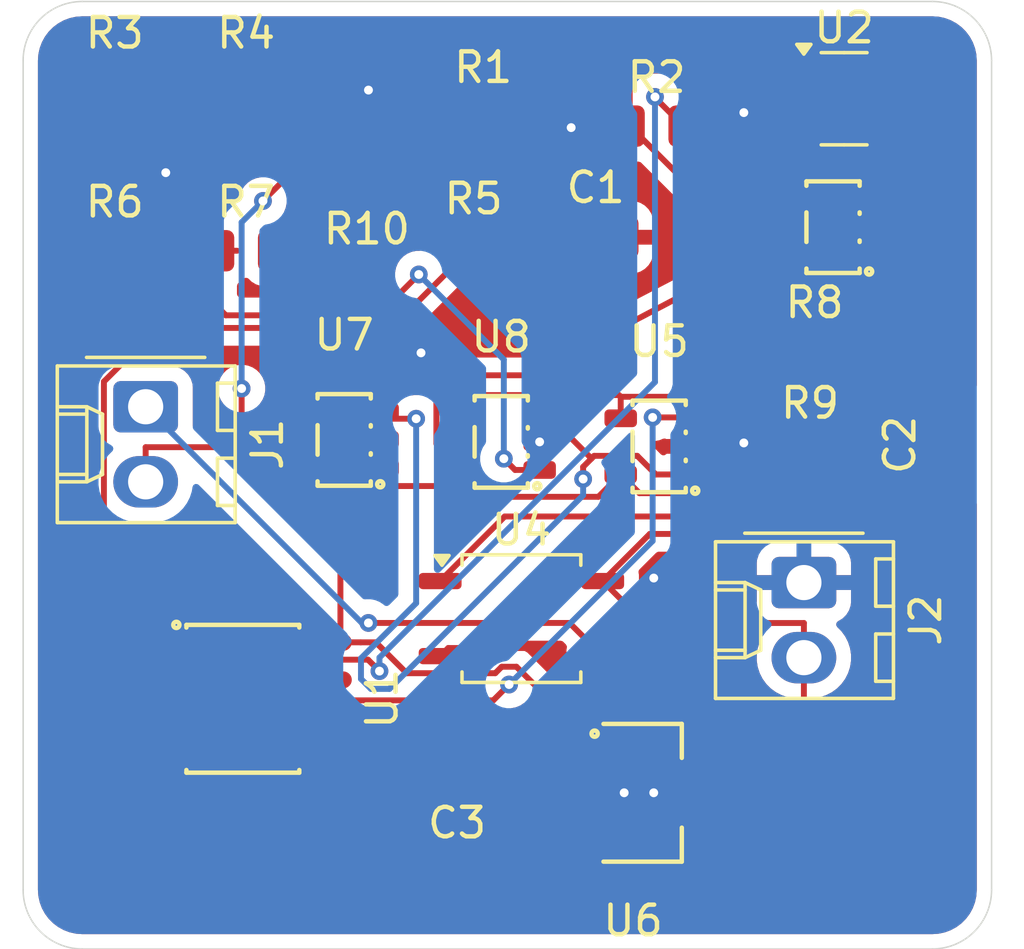
<source format=kicad_pcb>
(kicad_pcb (version 20241229) (generator "pcbnew") (generator_version "9.0")
  (layers (0 "F.Cu" signal) (2 "B.Cu" signal) (13 "F.Paste" user) (15 "B.Paste" user) (5 "F.SilkS" user "F.Silkscreen") (7 "B.SilkS" user "B.Silkscreen") (1 "F.Mask" user) (3 "B.Mask" user) (25 "Edge.Cuts" user))
  (net 0 "")
  (net 1 "GND")
  (net 2 "Net-(U1-IN{slash}A{slash}2)")
  (net 3 "+12V")
  (net 4 "+5V")
  (net 5 "Net-(U1-OUT{slash}A)")
  (net 6 "/0.75V")
  (net 7 "/4.25V")
  (net 8 "Net-(R8-Pad2)")
  (net 9 "Net-(R8-Pad1)")
  (net 10 "/SCS_Compliance")
  (net 11 "/Raw_PCB_State_OK")
  (net 15 "/LED_Power")
  (net 16 "Net-(U5-+)")
  (net 17 "Net-(U2-Pad2)")
  (net 18 "/PCB_State_OK")
  (footprint "PCM_JLCPCB:SOT-89-3_L4.5-W2.5-P1.50-LS4.2-BR" (layer "F.Cu") (at 43.4494 46.6344 180)
    (property "Reference" "U6" (at -0.3 -4.33 0) (layer "F.SilkS"))
    (property "Value" "78L05G")
    (fp_line (start 0.7 2.33) (end -1.95 2.33) (stroke (width 0.15)) (layer "F.SilkS"))
    (fp_line (start 0.7 -2.33) (end -1.95 -2.33) (stroke (width 0.15)) (layer "F.SilkS"))
    (fp_line (start -1.95 2.33) (end -1.95 1.18) (stroke (width 0.15)) (layer "F.SilkS"))
    (fp_line (start -1.95 -2.33) (end -1.95 -1.18) (stroke (width 0.15)) (layer "F.SilkS"))
    (fp_circle (center 1 2) (end 1.03 2) (stroke (width 0.15)) (fill no) (layer "F.SilkS"))
    (pad "1" smd roundrect (at 1.36 1.5 180) (size 1.58 0.67) (layers "F.Cu" "F.Mask" "F.Paste") (net 4 "+5V"))
    (pad "2" smd custom (at -1.36 0 180) (size 0.1 0.1) (layers "F.Cu" "F.Mask" "F.Paste") (net 1 "GND") (options (clearance outline) (anchor circle)) (primitives (gr_poly (pts (xy -0.926975 -0.95) (xy 0.927229 -0.95) (xy 0.971755 -0.948895) (xy 1.01618 -0.945771) (xy 1.060427 -0.940564) (xy 1.104369 -0.933299) (xy 1.14793 -0.923952) (xy 1.190983 -0.912598) (xy 1.233477 -0.899238) (xy 1.275286 -0.883896) (xy 1.316332 -0.866599) (xy 1.356541 -0.847422) (xy 1.395784 -0.826365) (xy 1.434011 -0.80348) (xy 1.47112 -0.778842) (xy 1.507036 -0.752502) (xy 1.541656 -0.724511) (xy 1.574956 -0.694895) (xy 1.606807 -0.66378) (xy 1.637186 -0.631191) (xy 1.665989 -0.597231) (xy 1.693167 -0.561951) (xy 1.718669 -0.525425) (xy 1.742418 -0.487757) (xy 1.764389 -0.448997) (xy 1.784531 -0.409271) (xy 1.802769 -0.329972) (xy 2.700102 -0.329972) (xy 2.700102 0.330023) (xy 1.802769 0.330023) (xy 1.784531 0.409373) (xy 1.764389 0.449098) (xy 1.742418 0.487859) (xy 1.718669 0.525527) (xy 1.693167 0.562052) (xy 1.665989 0.597333) (xy 1.637186 0.631293) (xy 1.606807 0.663881) (xy 1.574956 0.694996) (xy 1.541656 0.724613) (xy 1.507036 0.752604) (xy 1.47112 0.778943) (xy 1.434011 0.803581) (xy 1.395784 0.826467) (xy 1.356541 0.847523) (xy 1.316332 0.866701) (xy 1.275286 0.883998) (xy 1.233477 0.89934) (xy 1.190983 0.9127) (xy 1.14793 0.924054) (xy 1.104369 0.933401) (xy 1.060427 0.940665) (xy 1.01618 0.945872) (xy 0.971755 0.948997) (xy 0.927229 0.950064) (xy -0.926975 0.950064) (xy -0.971501 0.948997) (xy -1.015926 0.945872) (xy -1.060173 0.940665) (xy -1.104115 0.933401) (xy -1.147676 0.924054) (xy -1.190729 0.9127) (xy -1.233223 0.89934) (xy -1.275032 0.883998) (xy -1.316078 0.866701) (xy -1.356287 0.847523) (xy -1.39553 0.826467) (xy -1.433757 0.803581) (xy -1.470866 0.778943) (xy -1.506782 0.752604) (xy -1.541402 0.724613) (xy -1.574702 0.694996) (xy -1.606553 0.663881) (xy -1.636932 0.631293) (xy -1.665735 0.597333) (xy -1.692913 0.562052) (xy -1.718415 0.525527) (xy -1.742164 0.487859) (xy -1.764135 0.449098) (xy -1.784277 0.409373) (xy -1.802515 0.368733) (xy -1.818847 0.327305) (xy -1.833198 0.285141) (xy -1.845568 0.242342) (xy -1.855906 0.199009) (xy -1.864211 0.155271) (xy -1.87046 0.111151) (xy -1.874625 0.066802) (xy -1.876708 0.022327) (xy -1.876708 -0.022225) (xy -1.874625 -0.066701) (xy -1.87046 -0.111049) (xy -1.864211 -0.155169) (xy -1.855906 -0.198908) (xy -1.845568 -0.24224) (xy -1.833198 -0.285039) (xy -1.818847 -0.327203) (xy -1.802515 -0.368631) (xy -1.784277 -0.409271) (xy -1.764135 -0.448997) (xy -1.742164 -0.487757) (xy -1.718415 -0.525425) (xy -1.692913 -0.561951) (xy -1.665735 -0.597231) (xy -1.636932 -0.631191) (xy -1.606553 -0.66378) (xy -1.574702 -0.694895) (xy -1.541402 -0.724511) (xy -1.506782 -0.752502) (xy -1.470866 -0.778842) (xy -1.433757 -0.80348) (xy -1.39553 -0.826365) (xy -1.356287 -0.847422) (xy -1.316078 -0.866599) (xy -1.275032 -0.883896) (xy -1.233223 -0.899238) (xy -1.190729 -0.912598) (xy -1.147676 -0.923952) (xy -1.104115 -0.933299) (xy -1.060173 -0.940564) (xy -1.015926 -0.945771) (xy -0.971501 -0.948895) (xy -0.926975 -0.95)) (width 0) (fill yes))))
    (pad "2" thru_hole circle (at -1 0 180) (size 0.5 0.5) (drill 0.3) (layers "*.Cu" "F.Mask") (net 1 "GND"))
    (pad "2" smd oval (at -0.5 0 180) (size 3 2) (layers "B.Cu") (net 1 "GND"))
    (pad "2" thru_hole circle (at 0 0 180) (size 0.5 0.5) (drill 0.3) (layers "*.Cu" "F.Mask") (net 1 "GND"))
    (pad "2" smd roundrect (at 1.36 0 180) (size 1.58 0.67) (layers "F.Cu" "F.Mask" "F.Paste") (net 1 "GND"))
    (pad "3" smd roundrect (at 1.36 -1.5 180) (size 1.58 0.67) (layers "F.Cu" "F.Mask" "F.Paste") (net 3 "+12V"))
  )
  (footprint "PCM_JLCPCB:C_0805" (layer "F.Cu") (at 54.4576 34.864 90)
    (property "Reference" "C2" (at 0 -1.68 90) (layer "F.SilkS"))
    (property "Value" "330nF")
    (pad "1" smd roundrect (at -0.95 0 90) (size 1 1.45) (layers "F.Cu" "F.Mask" "F.Paste") (net 3 "+12V"))
    (pad "2" smd roundrect (at 0.95 0 90) (size 1 1.45) (layers "F.Cu" "F.Mask" "F.Paste") (net 1 "GND"))
  )
  (footprint "PCM_JLCPCB:SOT-23-5_L3.0-W1.7-P0.95-LS2.8-BR" (layer "F.Cu") (at 33.976 34.6964)
    (property "Reference" "U7" (at 0 -3.55 0) (layer "F.SilkS"))
    (property "Value" "LMV321IDBVR")
    (fp_line (start -0.9 -1.55) (end -0.9 -1.4) (stroke (width 0.15)) (layer "F.SilkS"))
    (fp_line (start -0.9 -1.55) (end 0.9 -1.55) (stroke (width 0.15)) (layer "F.SilkS"))
    (fp_line (start -0.9 -0.5) (end -0.9 0.5) (stroke (width 0.15)) (layer "F.SilkS"))
    (fp_line (start -0.9 1.4) (end -0.9 1.55) (stroke (width 0.15)) (layer "F.SilkS"))
    (fp_line (start -0.9 1.55) (end 0.9 1.55) (stroke (width 0.15)) (layer "F.SilkS"))
    (fp_line (start 0.9 -1.55) (end 0.9 -1.4) (stroke (width 0.15)) (layer "F.SilkS"))
    (fp_line (start 0.9 -0.5) (end 0.9 -0.45) (stroke (width 0.15)) (layer "F.SilkS"))
    (fp_line (start 0.9 0.45) (end 0.9 0.5) (stroke (width 0.15)) (layer "F.SilkS"))
    (fp_line (start 0.9 1.4) (end 0.9 1.55) (stroke (width 0.15)) (layer "F.SilkS"))
    (fp_circle (center 1.22 1.5) (end 1.25 1.5) (stroke (width 0.15)) (fill no) (layer "F.SilkS"))
    (pad "1" smd roundrect (at 1.3 0.95) (size 1.1 0.6) (layers "F.Cu" "F.Mask" "F.Paste") (net 11 "/Raw_PCB_State_OK"))
    (pad "2" smd roundrect (at 1.3 0) (size 1.1 0.6) (layers "F.Cu" "F.Mask" "F.Paste") (net 1 "GND"))
    (pad "3" smd roundrect (at 1.3 -0.95) (size 1.1 0.6) (layers "F.Cu" "F.Mask" "F.Paste") (net 16 "Net-(U5-+)"))
    (pad "4" smd roundrect (at -1.3 -0.95) (size 1.1 0.6) (layers "F.Cu" "F.Mask" "F.Paste") (net 16 "Net-(U5-+)"))
    (pad "5" smd roundrect (at -1.3 0.95) (size 1.1 0.6) (layers "F.Cu" "F.Mask" "F.Paste") (net 4 "+5V"))
  )
  (footprint "PCM_JLCPCB:SOT-23-5_L3.0-W1.7-P0.95-LS2.8-BR" (layer "F.Cu") (at 50.516 27.498)
    (property "Reference" "U3" (hide yes))
    (property "Value" "74AHC1G00")
    (fp_line (start -0.9 -1.55) (end -0.9 -1.4) (stroke (width 0.15)) (layer "F.SilkS"))
    (fp_line (start -0.9 -1.55) (end 0.9 -1.55) (stroke (width 0.15)) (layer "F.SilkS"))
    (fp_line (start -0.9 -0.5) (end -0.9 0.5) (stroke (width 0.15)) (layer "F.SilkS"))
    (fp_line (start -0.9 1.4) (end -0.9 1.55) (stroke (width 0.15)) (layer "F.SilkS"))
    (fp_line (start -0.9 1.55) (end 0.9 1.55) (stroke (width 0.15)) (layer "F.SilkS"))
    (fp_line (start 0.9 -1.55) (end 0.9 -1.4) (stroke (width 0.15)) (layer "F.SilkS"))
    (fp_line (start 0.9 -0.5) (end 0.9 -0.45) (stroke (width 0.15)) (layer "F.SilkS"))
    (fp_line (start 0.9 0.45) (end 0.9 0.5) (stroke (width 0.15)) (layer "F.SilkS"))
    (fp_line (start 0.9 1.4) (end 0.9 1.55) (stroke (width 0.15)) (layer "F.SilkS"))
    (fp_circle (center 1.22 1.5) (end 1.25 1.5) (stroke (width 0.15)) (fill no) (layer "F.SilkS"))
    (pad "1" smd roundrect (at 1.3 0.95) (size 1.1 0.6) (layers "F.Cu" "F.Mask" "F.Paste") (net 18 "/PCB_State_OK"))
    (pad "2" smd roundrect (at 1.3 0) (size 1.1 0.6) (layers "F.Cu" "F.Mask" "F.Paste") (net 10 "/SCS_Compliance"))
    (pad "3" smd roundrect (at 1.3 -0.95) (size 1.1 0.6) (layers "F.Cu" "F.Mask" "F.Paste") (net 1 "GND"))
    (pad "4" smd roundrect (at -1.3 -0.95) (size 1.1 0.6) (layers "F.Cu" "F.Mask" "F.Paste") (net 17 "Net-(U2-Pad2)"))
    (pad "5" smd roundrect (at -1.3 0.95) (size 1.1 0.6) (layers "F.Cu" "F.Mask" "F.Paste") (net 4 "+5V"))
  )
  (footprint "PCM_JLCPCB:R_0805" (layer "F.Cu") (at 26.2128 22.5806)
    (property "Reference" "R3" (at 0 -1.65 0) (layer "F.SilkS"))
    (property "Value" "82kΩ")
    (pad "1" smd roundrect (at -0.91 0) (size 1.02 1.4) (layers "F.Cu" "F.Mask" "F.Paste") (roundrect_rratio 0.243902) (net 4 "+5V"))
    (pad "2" smd roundrect (at 0.91 0) (size 1.02 1.4) (layers "F.Cu" "F.Mask" "F.Paste") (roundrect_rratio 0.243902) (net 6 "/0.75V"))
  )
  (footprint "PCM_JLCPCB:R_0805" (layer "F.Cu") (at 44.5464 24.0792)
    (property "Reference" "R2" (at 0 -1.65 0) (layer "F.SilkS"))
    (property "Value" "10kΩ")
    (pad "1" smd roundrect (at -0.91 0) (size 1.02 1.4) (layers "F.Cu" "F.Mask" "F.Paste") (roundrect_rratio 0.243902) (net 4 "+5V"))
    (pad "2" smd roundrect (at 0.91 0) (size 1.02 1.4) (layers "F.Cu" "F.Mask" "F.Paste") (roundrect_rratio 0.243902) (net 5 "Net-(U1-OUT{slash}A)"))
  )
  (footprint "PCM_JLCPCB:C_0805" (layer "F.Cu") (at 42.484 27.8384)
    (property "Reference" "C1" (at 0 -1.68 0) (layer "F.SilkS"))
    (property "Value" "22uF")
    (pad "1" smd roundrect (at -0.95 0) (size 1 1.45) (layers "F.Cu" "F.Mask" "F.Paste") (net 2 "Net-(U1-IN{slash}A{slash}2)"))
    (pad "2" smd roundrect (at 0.95 0) (size 1 1.45) (layers "F.Cu" "F.Mask" "F.Paste") (net 1 "GND"))
  )
  (footprint "Package_SO:SOP-4_3.8x4.1mm_P2.54mm" (layer "F.Cu") (at 39.9728 40.7416)
    (property "Reference" "U4" (at 0 -3 0) (layer "F.SilkS"))
    (property "Value" "CPC1017N")
    (fp_line (start -2.01 -2.16) (end -2.01 -1.805) (stroke (width 0.12)) (layer "F.SilkS"))
    (fp_line (start -2.01 2.16) (end -2.01 1.805) (stroke (width 0.12)) (layer "F.SilkS"))
    (fp_line (start 0 -2.16) (end -2.01 -2.16) (stroke (width 0.12)) (layer "F.SilkS"))
    (fp_line (start 0 -2.16) (end 2.01 -2.16) (stroke (width 0.12)) (layer "F.SilkS"))
    (fp_line (start 0 2.16) (end -2.01 2.16) (stroke (width 0.12)) (layer "F.SilkS"))
    (fp_line (start 0 2.16) (end 2.01 2.16) (stroke (width 0.12)) (layer "F.SilkS"))
    (fp_line (start 2.01 -2.16) (end 2.01 -1.805) (stroke (width 0.12)) (layer "F.SilkS"))
    (fp_line (start 2.01 2.16) (end 2.01 1.805) (stroke (width 0.12)) (layer "F.SilkS"))
    (fp_poly (pts (xy -2.6875 -1.805) (xy -2.9275 -2.135) (xy -2.4475 -2.135)) (stroke (width 0.12)) (fill yes) (layer "F.SilkS"))
    (pad "1" smd roundrect (at -2.75 -1.27) (size 1.45 0.55) (layers "F.Cu" "F.Mask" "F.Paste") (net 8 "Net-(R8-Pad2)"))
    (pad "2" smd roundrect (at -2.75 1.27) (size 1.45 0.55) (layers "F.Cu" "F.Mask" "F.Paste") (net 1 "GND"))
    (pad "3" smd roundrect (at 2.75 1.27) (size 1.45 0.55) (layers "F.Cu" "F.Mask" "F.Paste") (net 15 "/LED_Power"))
    (pad "4" smd roundrect (at 2.75 -1.27) (size 1.45 0.55) (layers "F.Cu" "F.Mask" "F.Paste") (net 3 "+12V"))
  )
  (footprint "PCM_JLCPCB:SOT-23-5_L3.0-W1.7-P0.95-LS2.8-BR" (layer "F.Cu") (at 44.6324 34.9148)
    (property "Reference" "U5" (at 0 -3.55 0) (layer "F.SilkS"))
    (property "Value" "LMV321IDBVR")
    (fp_line (start -0.9 -1.55) (end -0.9 -1.4) (stroke (width 0.15)) (layer "F.SilkS"))
    (fp_line (start -0.9 -1.55) (end 0.9 -1.55) (stroke (width 0.15)) (layer "F.SilkS"))
    (fp_line (start -0.9 -0.5) (end -0.9 0.5) (stroke (width 0.15)) (layer "F.SilkS"))
    (fp_line (start -0.9 1.4) (end -0.9 1.55) (stroke (width 0.15)) (layer "F.SilkS"))
    (fp_line (start -0.9 1.55) (end 0.9 1.55) (stroke (width 0.15)) (layer "F.SilkS"))
    (fp_line (start 0.9 -1.55) (end 0.9 -1.4) (stroke (width 0.15)) (layer "F.SilkS"))
    (fp_line (start 0.9 -0.5) (end 0.9 -0.45) (stroke (width 0.15)) (layer "F.SilkS"))
    (fp_line (start 0.9 0.45) (end 0.9 0.5) (stroke (width 0.15)) (layer "F.SilkS"))
    (fp_line (start 0.9 1.4) (end 0.9 1.55) (stroke (width 0.15)) (layer "F.SilkS"))
    (fp_circle (center 1.22 1.5) (end 1.25 1.5) (stroke (width 0.15)) (fill no) (layer "F.SilkS"))
    (pad "1" smd roundrect (at 1.3 0.95) (size 1.1 0.6) (layers "F.Cu" "F.Mask" "F.Paste") (net 16 "Net-(U5-+)"))
    (pad "2" smd roundrect (at 1.3 0) (size 1.1 0.6) (layers "F.Cu" "F.Mask" "F.Paste") (net 1 "GND"))
    (pad "3" smd roundrect (at 1.3 -0.95) (size 1.1 0.6) (layers "F.Cu" "F.Mask" "F.Paste") (net 6 "/0.75V"))
    (pad "4" smd roundrect (at -1.3 -0.95) (size 1.1 0.6) (layers "F.Cu" "F.Mask" "F.Paste") (net 10 "/SCS_Compliance"))
    (pad "5" smd roundrect (at -1.3 0.95) (size 1.1 0.6) (layers "F.Cu" "F.Mask" "F.Paste") (net 4 "+5V"))
  )
  (footprint "Package_TO_SOT_SMD:SC-74A-5_1.55x2.9mm_P0.95mm" (layer "F.Cu") (at 50.891 23.153)
    (property "Reference" "U2" (at 0 -2.4 0) (layer "F.SilkS"))
    (property "Value" "74AHC1G32")
    (fp_line (start 0 -1.56) (end -0.775 -1.56) (stroke (width 0.12)) (layer "F.SilkS"))
    (fp_line (start 0 -1.56) (end 0.775 -1.56) (stroke (width 0.12)) (layer "F.SilkS"))
    (fp_line (start 0 1.56) (end -0.775 1.56) (stroke (width 0.12)) (layer "F.SilkS"))
    (fp_line (start 0 1.56) (end 0.775 1.56) (stroke (width 0.12)) (layer "F.SilkS"))
    (fp_poly (pts (xy -1.3625 -1.51) (xy -1.6025 -1.84) (xy -1.1225 -1.84)) (stroke (width 0.12)) (fill yes) (layer "F.SilkS"))
    (pad "1" smd roundrect (at -1.15 -0.95) (size 1.6 0.6) (layers "F.Cu" "F.Mask" "F.Paste") (net 4 "+5V"))
    (pad "2" smd roundrect (at -1.15 0) (size 1.6 0.6) (layers "F.Cu" "F.Mask" "F.Paste") (net 17 "Net-(U2-Pad2)"))
    (pad "3" smd roundrect (at -1.15 0.95) (size 1.6 0.6) (layers "F.Cu" "F.Mask" "F.Paste") (net 1 "GND"))
    (pad "4" smd roundrect (at 1.15 0.95) (size 1.6 0.6) (layers "F.Cu" "F.Mask" "F.Paste") (net 9 "Net-(R8-Pad1)"))
    (pad "5" smd roundrect (at 1.15 -0.95) (size 1.6 0.6) (layers "F.Cu" "F.Mask" "F.Paste") (net 4 "+5V"))
  )
  (footprint "PCM_JLCPCB:SOIC-8_L5.0-W4.0-P1.27-LS6.0-BL" (layer "F.Cu") (at 30.5484 43.4544 -90)
    (property "Reference" "U1" (at 0 -4.71 90) (layer "F.SilkS"))
    (property "Value" "LM393DR2G")
    (fp_line (start -2.5 1.91) (end -2.41 1.91) (stroke (width 0.15)) (layer "F.SilkS"))
    (fp_line (start -2.5 1.91) (end -2.5 -1.91) (stroke (width 0.15)) (layer "F.SilkS"))
    (fp_line (start 2.5 1.91) (end 2.41 1.91) (stroke (width 0.15)) (layer "F.SilkS"))
    (fp_line (start -2.5 -1.91) (end -2.41 -1.91) (stroke (width 0.15)) (layer "F.SilkS"))
    (fp_line (start 2.5 -1.91) (end 2.5 1.91) (stroke (width 0.15)) (layer "F.SilkS"))
    (fp_line (start 2.5 -1.91) (end 2.41 -1.91) (stroke (width 0.15)) (layer "F.SilkS"))
    (fp_circle (center -2.5 2.25) (end -2.47 2.25) (stroke (width 0.15)) (fill no) (layer "F.SilkS"))
    (pad "1" smd oval (at -1.91 2.71 270) (size 0.57 1.95) (layers "F.Cu" "F.Mask" "F.Paste") (net 5 "Net-(U1-OUT{slash}A)"))
    (pad "2" smd oval (at -0.64 2.71 270) (size 0.57 1.95) (layers "F.Cu" "F.Mask" "F.Paste") (net 2 "Net-(U1-IN{slash}A{slash}2)"))
    (pad "3" smd oval (at 0.64 2.71 270) (size 0.57 1.95) (layers "F.Cu" "F.Mask" "F.Paste") (net 6 "/0.75V"))
    (pad "4" smd oval (at 1.91 2.71 270) (size 0.57 1.95) (layers "F.Cu" "F.Mask" "F.Paste") (net 1 "GND"))
    (pad "5" smd oval (at 1.91 -2.71 270) (size 0.57 1.95) (layers "F.Cu" "F.Mask" "F.Paste"))
    (pad "6" smd oval (at 0.64 -2.71 270) (size 0.57 1.95) (layers "F.Cu" "F.Mask" "F.Paste"))
    (pad "7" smd oval (at -0.64 -2.71 270) (size 0.57 1.95) (layers "F.Cu" "F.Mask" "F.Paste"))
    (pad "8" smd oval (at -1.91 -2.71 270) (size 0.57 1.95) (layers "F.Cu" "F.Mask" "F.Paste") (net 4 "+5V"))
  )
  (footprint "PCM_JLCPCB:SOT-23-5_L3.0-W1.7-P0.95-LS2.8-BR" (layer "F.Cu") (at 39.2892 34.7624)
    (property "Reference" "U8" (at 0 -3.55 0) (layer "F.SilkS"))
    (property "Value" "LMV321IDBVR")
    (fp_line (start -0.9 -1.55) (end -0.9 -1.4) (stroke (width 0.15)) (layer "F.SilkS"))
    (fp_line (start -0.9 -1.55) (end 0.9 -1.55) (stroke (width 0.15)) (layer "F.SilkS"))
    (fp_line (start -0.9 -0.5) (end -0.9 0.5) (stroke (width 0.15)) (layer "F.SilkS"))
    (fp_line (start -0.9 1.4) (end -0.9 1.55) (stroke (width 0.15)) (layer "F.SilkS"))
    (fp_line (start -0.9 1.55) (end 0.9 1.55) (stroke (width 0.15)) (layer "F.SilkS"))
    (fp_line (start 0.9 -1.55) (end 0.9 -1.4) (stroke (width 0.15)) (layer "F.SilkS"))
    (fp_line (start 0.9 -0.5) (end 0.9 -0.45) (stroke (width 0.15)) (layer "F.SilkS"))
    (fp_line (start 0.9 0.45) (end 0.9 0.5) (stroke (width 0.15)) (layer "F.SilkS"))
    (fp_line (start 0.9 1.4) (end 0.9 1.55) (stroke (width 0.15)) (layer "F.SilkS"))
    (fp_circle (center 1.22 1.5) (end 1.25 1.5) (stroke (width 0.15)) (fill no) (layer "F.SilkS"))
    (pad "1" smd roundrect (at 1.3 0.95) (size 1.1 0.6) (layers "F.Cu" "F.Mask" "F.Paste") (net 7 "/4.25V"))
    (pad "2" smd roundrect (at 1.3 0) (size 1.1 0.6) (layers "F.Cu" "F.Mask" "F.Paste") (net 1 "GND"))
    (pad "3" smd roundrect (at 1.3 -0.95) (size 1.1 0.6) (layers "F.Cu" "F.Mask" "F.Paste") (net 16 "Net-(U5-+)"))
    (pad "4" smd roundrect (at -1.3 -0.95) (size 1.1 0.6) (layers "F.Cu" "F.Mask" "F.Paste") (net 10 "/SCS_Compliance"))
    (pad "5" smd roundrect (at -1.3 0.95) (size 1.1 0.6) (layers "F.Cu" "F.Mask" "F.Paste") (net 4 "+5V"))
  )
  (footprint "PCM_JLCPCB:R_0805" (layer "F.Cu") (at 34.7428 25.908 180)
    (property "Reference" "R10" (at 0 -1.65 0) (layer "F.SilkS"))
    (property "Value" "510kΩ")
    (pad "1" smd roundrect (at -0.91 0 180) (size 1.02 1.4) (layers "F.Cu" "F.Mask" "F.Paste") (roundrect_rratio 0.243902) (net 1 "GND"))
    (pad "2" smd roundrect (at 0.91 0 180) (size 1.02 1.4) (layers "F.Cu" "F.Mask" "F.Paste") (roundrect_rratio 0.243902) (net 11 "/Raw_PCB_State_OK"))
  )
  (footprint "PCM_JLCPCB:R_0805" (layer "F.Cu") (at 30.6578 28.2956)
    (property "Reference" "R7" (at 0 -1.65 0) (layer "F.SilkS"))
    (property "Value" "82kΩ")
    (pad "1" smd roundrect (at -0.91 0) (size 1.02 1.4) (layers "F.Cu" "F.Mask" "F.Paste") (roundrect_rratio 0.243902) (net 7 "/4.25V"))
    (pad "2" smd roundrect (at 0.91 0) (size 1.02 1.4) (layers "F.Cu" "F.Mask" "F.Paste") (roundrect_rratio 0.243902) (net 1 "GND"))
  )
  (footprint "PCM_JLCPCB:R_0805" (layer "F.Cu") (at 49.89 31.6992)
    (property "Reference" "R8" (at 0 -1.65 0) (layer "F.SilkS"))
    (property "Value" "2.2kΩ")
    (pad "1" smd roundrect (at -0.91 0) (size 1.02 1.4) (layers "F.Cu" "F.Mask" "F.Paste") (roundrect_rratio 0.243902) (net 9 "Net-(R8-Pad1)"))
    (pad "2" smd roundrect (at 0.91 0) (size 1.02 1.4) (layers "F.Cu" "F.Mask" "F.Paste") (roundrect_rratio 0.243902) (net 8 "Net-(R8-Pad2)"))
  )
  (footprint "PCM_JLCPCB:R_0603" (layer "F.Cu") (at 38.354 27.8384)
    (property "Reference" "R5" (at 0 -1.3 0) (layer "F.SilkS"))
    (property "Value" "560kΩ")
    (pad "1" smd roundrect (at -0.82 0) (size 0.8 0.95) (layers "F.Cu" "F.Mask" "F.Paste") (net 2 "Net-(U1-IN{slash}A{slash}2)"))
    (pad "2" smd roundrect (at 0.82 0) (size 0.8 0.95) (layers "F.Cu" "F.Mask" "F.Paste") (net 1 "GND"))
  )
  (footprint "Connector_Molex:Molex_KK-254_AE-6410-02A_1x02_P2.54mm_Vertical" (layer "F.Cu") (at 27.2596 33.5738 -90)
    (property "Reference" "J1" (at 1.27 -4.12 90) (layer "F.SilkS"))
    (property "Value" "Conn_01x02")
    (fp_line (start -1.38 2.99) (end 3.92 2.99) (stroke (width 0.12)) (layer "F.SilkS"))
    (fp_line (start 0 2.99) (end 0 1.99) (stroke (width 0.12)) (layer "F.SilkS"))
    (fp_line (start 0.25 2.99) (end 0.25 1.99) (stroke (width 0.12)) (layer "F.SilkS"))
    (fp_line (start 2.29 2.99) (end 2.29 1.99) (stroke (width 0.12)) (layer "F.SilkS"))
    (fp_line (start 3.92 2.99) (end 3.92 -3.03) (stroke (width 0.12)) (layer "F.SilkS"))
    (fp_line (start 0 1.99) (end 2.54 1.99) (stroke (width 0.12)) (layer "F.SilkS"))
    (fp_line (start 0 1.99) (end 0.25 1.46) (stroke (width 0.12)) (layer "F.SilkS"))
    (fp_line (start 2.54 1.99) (end 2.54 2.99) (stroke (width 0.12)) (layer "F.SilkS"))
    (fp_line (start 0.25 1.46) (end 2.29 1.46) (stroke (width 0.12)) (layer "F.SilkS"))
    (fp_line (start 2.29 1.46) (end 2.54 1.99) (stroke (width 0.12)) (layer "F.SilkS"))
    (fp_line (start -1.67 -2) (end -1.67 2) (stroke (width 0.12)) (layer "F.SilkS"))
    (fp_line (start -0.8 -2.43) (end 0.8 -2.43) (stroke (width 0.12)) (layer "F.SilkS"))
    (fp_line (start 0.8 -2.43) (end 0.8 -3.03) (stroke (width 0.12)) (layer "F.SilkS"))
    (fp_line (start 1.74 -2.43) (end 3.34 -2.43) (stroke (width 0.12)) (layer "F.SilkS"))
    (fp_line (start 3.34 -2.43) (end 3.34 -3.03) (stroke (width 0.12)) (layer "F.SilkS"))
    (fp_line (start -1.38 -3.03) (end -1.38 2.99) (stroke (width 0.12)) (layer "F.SilkS"))
    (fp_line (start -0.8 -3.03) (end -0.8 -2.43) (stroke (width 0.12)) (layer "F.SilkS"))
    (fp_line (start 1.74 -3.03) (end 1.74 -2.43) (stroke (width 0.12)) (layer "F.SilkS"))
    (fp_line (start 3.92 -3.03) (end -1.38 -3.03) (stroke (width 0.12)) (layer "F.SilkS"))
    (pad "1" thru_hole roundrect (at 0 0 270) (size 1.74 2.19) (drill 1.19) (layers "*.Cu" "*.Mask") (roundrect_rratio 0.143678) (net 15 "/LED_Power"))
    (pad "2" thru_hole oval (at 2.54 0 270) (size 1.74 2.19) (drill 1.19) (layers "*.Cu" "*.Mask") (net 11 "/Raw_PCB_State_OK"))
  )
  (footprint "PCM_JLCPCB:R_0805" (layer "F.Cu") (at 26.2128 28.2956)
    (property "Reference" "R6" (at 0 -1.65 0) (layer "F.SilkS"))
    (property "Value" "12kΩ")
    (pad "1" smd roundrect (at -0.91 0) (size 1.02 1.4) (layers "F.Cu" "F.Mask" "F.Paste") (roundrect_rratio 0.243902) (net 6 "/0.75V"))
    (pad "2" smd roundrect (at 0.91 0) (size 1.02 1.4) (layers "F.Cu" "F.Mask" "F.Paste") (roundrect_rratio 0.243902) (net 1 "GND"))
  )
  (footprint "PCM_JLCPCB:R_0805" (layer "F.Cu") (at 30.6578 22.5806)
    (property "Reference" "R4" (at 0 -1.65 0) (layer "F.SilkS"))
    (property "Value" "12kΩ")
    (pad "1" smd roundrect (at -0.91 0) (size 1.02 1.4) (layers "F.Cu" "F.Mask" "F.Paste") (roundrect_rratio 0.243902) (net 4 "+5V"))
    (pad "2" smd roundrect (at 0.91 0) (size 1.02 1.4) (layers "F.Cu" "F.Mask" "F.Paste") (roundrect_rratio 0.243902) (net 7 "/4.25V"))
  )
  (footprint "PCM_JLCPCB:C_0805" (layer "F.Cu") (at 37.7952 45.974 180)
    (property "Reference" "C3" (at 0 -1.68 0) (layer "F.SilkS"))
    (property "Value" "100nF")
    (pad "1" smd roundrect (at -0.95 0 180) (size 1 1.45) (layers "F.Cu" "F.Mask" "F.Paste") (net 4 "+5V"))
    (pad "2" smd roundrect (at 0.95 0 180) (size 1 1.45) (layers "F.Cu" "F.Mask" "F.Paste") (net 1 "GND"))
  )
  (footprint "PCM_JLCPCB:R_0805" (layer "F.Cu") (at 49.7376 35.1028)
    (property "Reference" "R9" (at 0 -1.65 0) (layer "F.SilkS"))
    (property "Value" "10kΩ")
    (pad "1" smd roundrect (at -0.91 0) (size 1.02 1.4) (layers "F.Cu" "F.Mask" "F.Paste") (roundrect_rratio 0.243902) (net 4 "+5V"))
    (pad "2" smd roundrect (at 0.91 0) (size 1.02 1.4) (layers "F.Cu" "F.Mask" "F.Paste") (roundrect_rratio 0.243902) (net 10 "/SCS_Compliance"))
  )
  (footprint "PCM_JLCPCB:R_0603" (layer "F.Cu") (at 38.679 23.3934)
    (property "Reference" "R1" (at 0 -1.3 0) (layer "F.SilkS"))
    (property "Value" "560kΩ")
    (pad "1" smd roundrect (at -0.82 0) (size 0.8 0.95) (layers "F.Cu" "F.Mask" "F.Paste") (net 4 "+5V"))
    (pad "2" smd roundrect (at 0.82 0) (size 0.8 0.95) (layers "F.Cu" "F.Mask" "F.Paste") (net 2 "Net-(U1-IN{slash}A{slash}2)"))
  )
  (footprint "Connector_Molex:Molex_KK-254_AE-6410-02A_1x02_P2.54mm_Vertical" (layer "F.Cu") (at 49.53 39.5224 -90)
    (property "Reference" "J2" (at 1.27 -4.12 90) (layer "F.SilkS"))
    (property "Value" "Conn_01x02")
    (fp_line (start -1.38 2.99) (end 3.92 2.99) (stroke (width 0.12)) (layer "F.SilkS"))
    (fp_line (start 0 2.99) (end 0 1.99) (stroke (width 0.12)) (layer "F.SilkS"))
    (fp_line (start 0.25 2.99) (end 0.25 1.99) (stroke (width 0.12)) (layer "F.SilkS"))
    (fp_line (start 2.29 2.99) (end 2.29 1.99) (stroke (width 0.12)) (layer "F.SilkS"))
    (fp_line (start 3.92 2.99) (end 3.92 -3.03) (stroke (width 0.12)) (layer "F.SilkS"))
    (fp_line (start 0 1.99) (end 2.54 1.99) (stroke (width 0.12)) (layer "F.SilkS"))
    (fp_line (start 0 1.99) (end 0.25 1.46) (stroke (width 0.12)) (layer "F.SilkS"))
    (fp_line (start 2.54 1.99) (end 2.54 2.99) (stroke (width 0.12)) (layer "F.SilkS"))
    (fp_line (start 0.25 1.46) (end 2.29 1.46) (stroke (width 0.12)) (layer "F.SilkS"))
    (fp_line (start 2.29 1.46) (end 2.54 1.99) (stroke (width 0.12)) (layer "F.SilkS"))
    (fp_line (start -1.67 -2) (end -1.67 2) (stroke (width 0.12)) (layer "F.SilkS"))
    (fp_line (start -0.8 -2.43) (end 0.8 -2.43) (stroke (width 0.12)) (layer "F.SilkS"))
    (fp_line (start 0.8 -2.43) (end 0.8 -3.03) (stroke (width 0.12)) (layer "F.SilkS"))
    (fp_line (start 1.74 -2.43) (end 3.34 -2.43) (stroke (width 0.12)) (layer "F.SilkS"))
    (fp_line (start 3.34 -2.43) (end 3.34 -3.03) (stroke (width 0.12)) (layer "F.SilkS"))
    (fp_line (start -1.38 -3.03) (end -1.38 2.99) (stroke (width 0.12)) (layer "F.SilkS"))
    (fp_line (start -0.8 -3.03) (end -0.8 -2.43) (stroke (width 0.12)) (layer "F.SilkS"))
    (fp_line (start 1.74 -3.03) (end 1.74 -2.43) (stroke (width 0.12)) (layer "F.SilkS"))
    (fp_line (start 3.92 -3.03) (end -1.38 -3.03) (stroke (width 0.12)) (layer "F.SilkS"))
    (pad "1" thru_hole roundrect (at 0 0 270) (size 1.74 2.19) (drill 1.19) (layers "*.Cu" "*.Mask") (roundrect_rratio 0.143678) (net 1 "GND"))
    (pad "2" thru_hole oval (at 2.54 0 270) (size 1.74 2.19) (drill 1.19) (layers "*.Cu" "*.Mask") (net 3 "+12V"))
  )
  (gr_arc (start 55.88 49.9176) (mid 55.294214 51.331814) (end 53.88 51.9176) (stroke (width 0.05)) (layer "Edge.Cuts"))
  (gr_arc (start 53.88 19.8628) (mid 55.294214 20.448586) (end 55.88 21.8628) (stroke (width 0.05)) (layer "Edge.Cuts"))
  (gr_line (start 23.114 49.9176) (end 23.114 21.8628) (stroke (width 0.05)) (layer "Edge.Cuts"))
  (gr_line (start 55.88 21.8628) (end 55.88 49.9176) (stroke (width 0.05)) (layer "Edge.Cuts"))
  (gr_arc (start 23.114 21.8628) (mid 23.699786 20.448586) (end 25.114 19.8628) (stroke (width 0.05)) (layer "Edge.Cuts"))
  (gr_arc (start 25.114 51.9176) (mid 23.699786 51.331814) (end 23.114 49.9176) (stroke (width 0.05)) (layer "Edge.Cuts"))
  (gr_line (start 25.114 19.8628) (end 53.88 19.8628) (stroke (width 0.05)) (layer "Edge.Cuts"))
  (gr_line (start 53.88 51.9176) (end 25.114 51.9176) (stroke (width 0.05)) (layer "Edge.Cuts"))
  (segment (start 34.976001 34.396401) (end 31.856401 34.396401) (width 0.2) (layer "F.Cu") (net 1))
  (segment (start 35.276 34.6964) (end 34.976001 34.396401) (width 0.2) (layer "F.Cu") (net 1))
  (segment (start 37.2228 42.0116) (end 37.4978 41.7366) (width 0.2) (layer "F.Cu") (net 1))
  (segment (start 31.856401 34.396401) (end 31.496 34.036) (width 0.2) (layer "F.Cu") (net 1))
  (segment (start 40.4666 41.7366) (end 40.64 41.91) (width 0.2) (layer "F.Cu") (net 1))
  (segment (start 37.4978 41.7366) (end 40.4666 41.7366) (width 0.2) (layer "F.Cu") (net 1))
  (via (at 40.5892 34.7624) (size 0.6) (drill 0.3) (layers "F.Cu" "B.Cu") (net 1))
  (via (at 36.576 31.75) (size 0.6) (drill 0.3) (layers "F.Cu" "B.Cu") (net 1))
  (via (at 34.798 22.86) (size 0.6) (drill 0.3) (layers "F.Cu" "B.Cu") (net 1))
  (via (at 47.498 34.798) (size 0.6) (drill 0.3) (layers "F.Cu" "B.Cu") (net 1))
  (via (at 47.498 23.622) (size 0.6) (drill 0.3) (layers "F.Cu" "B.Cu") (net 1))
  (via (at 44.45 39.37) (size 0.6) (drill 0.3) (layers "F.Cu" "B.Cu") (net 1))
  (via (at 27.94 25.654) (size 0.6) (drill 0.3) (layers "F.Cu" "B.Cu") (net 1))
  (via (at 41.656 24.13) (size 0.6) (drill 0.3) (layers "F.Cu" "B.Cu") (net 1))
  (segment (start 35.5809 30.9081) (end 37.859 28.63) (width 0.2) (layer "F.Cu") (net 2))
  (segment (start 38.6365 27.0609) (end 39.499 25.908) (width 0.2) (layer "F.Cu") (net 2))
  (segment (start 37.534 27.8384) (end 37.859 27.8384) (width 0.2) (layer "F.Cu") (net 2))
  (segment (start 37.859 27.8384) (end 38.6365 27.0609) (width 0.2) (layer "F.Cu") (net 2))
  (segment (start 37.859 28.63) (end 37.859 28.1634) (width 0.2) (layer "F.Cu") (net 2))
  (segment (start 25.8473 42.1) (end 25.8473 32.7221) (width 0.2) (layer "F.Cu") (net 2))
  (segment (start 41.148 26.67) (end 41.534 27.8384) (width 0.2) (layer "F.Cu") (net 2))
  (segment (start 25.8473 32.7221) (end 27.6613 30.9081) (width 0.2) (layer "F.Cu") (net 2))
  (segment (start 39.499 25.908) (end 39.499 23.3934) (width 0.2) (layer "F.Cu") (net 2))
  (segment (start 39.499 25.908) (end 41.148 26.67) (width 0.2) (layer "F.Cu") (net 2))
  (segment (start 26.5617 42.8144) (end 25.8473 42.1) (width 0.2) (layer "F.Cu") (net 2))
  (segment (start 27.6613 30.9081) (end 35.5809 30.9081) (width 0.2) (layer "F.Cu") (net 2))
  (segment (start 27.8384 42.8144) (end 26.5617 42.8144) (width 0.2) (layer "F.Cu") (net 2))
  (segment (start 37.859 28.1634) (end 37.534 27.8384) (width 0.2) (layer "F.Cu") (net 2))
  (segment (start 54.4576 35.814) (end 52.3942 37.8774) (width 0.2) (layer "F.Cu") (net 3))
  (segment (start 44.1419 40.8907) (end 49.53 40.8907) (width 0.2) (layer "F.Cu") (net 3))
  (segment (start 49.53 44.6246) (end 49.53 42.0624) (width 0.2) (layer "F.Cu") (net 3))
  (segment (start 46.0202 48.1344) (end 49.53 44.6246) (width 0.2) (layer "F.Cu") (net 3))
  (segment (start 49.53 42.0624) (end 49.53 40.8907) (width 0.2) (layer "F.Cu") (net 3))
  (segment (start 42.0894 48.1344) (end 46.0202 48.1344) (width 0.2) (layer "F.Cu") (net 3))
  (segment (start 52.3942 37.8774) (end 44.317 37.8774) (width 0.2) (layer "F.Cu") (net 3))
  (segment (start 44.317 37.8774) (end 42.7228 39.4716) (width 0.2) (layer "F.Cu") (net 3))
  (segment (start 42.7228 39.4716) (end 44.1419 40.8907) (width 0.2) (layer "F.Cu") (net 3))
  (segment (start 37.859 22.203) (end 37.2021 21.5461) (width 0.2) (layer "F.Cu") (net 4))
  (segment (start 37.859 22.203) (end 42.0932 22.203) (width 0.2) (layer "F.Cu") (net 4))
  (segment (start 37.096 33.4542) (end 37.096 34.8192) (width 0.2) (layer "F.Cu") (net 4))
  (segment (start 38.8978 36.621) (end 42.5762 36.621) (width 0.2) (layer "F.Cu") (net 4))
  (segment (start 33.8491 36.2566) (end 37.445 36.2566) (width 0.2) (layer "F.Cu") (net 4))
  (segment (start 49.216 28.448) (end 48.0052 28.448) (width 0.2) (layer "F.Cu") (net 4))
  (segment (start 33.8491 41.5444) (end 33.8491 36.2566) (width 0.2) (layer "F.Cu") (net 4))
  (segment (start 33.2862 36.2566) (end 33.8491 36.2566) (width 0.2) (layer "F.Cu") (net 4))
  (segment (start 40.2746 32.5094) (end 38.0408 32.5094) (width 0.2) (layer "F.Cu") (net 4))
  (segment (start 33.2584 41.5444) (end 33.8491 41.5444) (width 0.2) (layer "F.Cu") (net 4))
  (segment (start 42.0894 45.1344) (end 42.0894 44.6555) (width 0.2) (layer "F.Cu") (net 4))
  (segment (start 48.8276 35.1028) (end 47.4321 36.4983) (width 0.2) (layer "F.Cu") (net 4))
  (segment (start 39.3063 42.3707) (end 39.0882 42.5888) (width 0.2) (layer "F.Cu") (net 4))
  (segment (start 37.2021 21.5461) (end 29.7478 21.5461) (width 0.2) (layer "F.Cu") (net 4))
  (segment (start 39.0882 42.5888) (end 36.0917 42.5888) (width 0.2) (layer "F.Cu") (net 4))
  (segment (start 37.445 36.2566) (end 37.9892 35.7124) (width 0.2) (layer "F.Cu") (net 4))
  (segment (start 35.0473 41.5444) (end 34.5351 41.5444) (width 0.2) (layer "F.Cu") (net 4))
  (segment (start 29.7478 22.5806) (end 29.7478 21.5461) (width 0.2) (layer "F.Cu") (net 4))
  (segment (start 33.8491 41.5444) (end 34.5351 41.5444) (width 0.2) (layer "F.Cu") (net 4))
  (segment (start 37.9892 35.7124) (end 38.8978 36.621) (width 0.2) (layer "F.Cu") (net 4))
  (segment (start 39.8046 42.3707) (end 39.3063 42.3707) (width 0.2) (layer "F.Cu") (net 4))
  (segment (start 38.0408 32.5094) (end 37.096 33.4542) (width 0.2) (layer "F.Cu") (net 4))
  (segment (start 32.676 35.6464) (end 33.2862 36.2566) (width 0.2) (layer "F.Cu") (net 4))
  (segment (start 43.6364 22.203) (end 43.6364 24.0792) (width 0.2) (layer "F.Cu") (net 4))
  (segment (start 37.096 34.8192) (end 37.9892 35.7124) (width 0.2) (layer "F.Cu") (net 4))
  (segment (start 42.5762 36.621) (end 43.3324 35.8648) (width 0.2) (layer "F.Cu") (net 4))
  (segment (start 43.6364 22.203) (end 42.1345 22.203) (width 0.2) (layer "F.Cu") (net 4))
  (segment (start 47.4321 36.4983) (end 43.9659 36.4983) (width 0.2) (layer "F.Cu") (net 4))
  (segment (start 37.859 22.203) (end 37.859 23.3934) (width 0.2) (layer "F.Cu") (net 4))
  (segment (start 38.7452 45.974) (end 41.2498 45.974) (width 0.2) (layer "F.Cu") (net 4))
  (segment (start 42.1345 22.203) (end 42.0932 22.203) (width 0.2) (layer "F.Cu") (net 4))
  (segment (start 48.9357 22.203) (end 52.041 22.203) (width 0.2) (layer "F.Cu") (net 4))
  (segment (start 41.2498 45.974) (end 42.0894 45.1344) (width 0.2) (layer "F.Cu") (net 4))
  (segment (start 48.0052 28.448) (end 40.2746 32.5094) (width 0.2) (layer "F.Cu") (net 4))
  (segment (start 43.9659 36.4983) (end 43.3324 35.8648) (width 0.2) (layer "F.Cu") (net 4))
  (segment (start 42.0894 44.6555) (end 39.8046 42.3707) (width 0.2) (layer "F.Cu") (net 4))
  (segment (start 48.9357 22.203) (end 43.6364 22.203) (width 0.2) (layer "F.Cu") (net 4))
  (segment (start 46.2067 26.6494) (end 46.1706 26.6134) (width 0.2) (layer "F.Cu") (net 4))
  (segment (start 36.0917 42.5888) (end 35.0473 41.5444) (width 0.2) (layer "F.Cu") (net 4))
  (segment (start 48.0052 28.448) (end 46.2067 26.6494) (width 0.2) (layer "F.Cu") (net 4))
  (segment (start 26.3373 21.5461) (end 29.7478 21.5461) (width 0.2) (layer "F.Cu") (net 4))
  (segment (start 46.1706 26.6134) (end 43.6364 24.0792) (width 0.2) (layer "F.Cu") (net 4))
  (segment (start 48.9357 22.203) (end 49.741 22.203) (width 0.2) (layer "F.Cu") (net 4))
  (segment (start 25.3028 22.5806) (end 26.3373 21.5461) (width 0.2) (layer "F.Cu") (net 4))
  (segment (start 45.4564 24.0792) (end 44.4916 23.1144) (width 0.2) (layer "F.Cu") (net 5))
  (segment (start 34.7831 42.1311) (end 29.7018 42.1311) (width 0.2) (layer "F.Cu") (net 5))
  (segment (start 35.1701 42.5181) (end 34.7831 42.1311) (width 0.2) (layer "F.Cu") (net 5))
  (segment (start 27.8384 41.5444) (end 29.1151 41.5444) (width 0.2) (layer "F.Cu") (net 5))
  (segment (start 29.7018 42.1311) (end 29.1151 41.5444) (width 0.2) (layer "F.Cu") (net 5))
  (segment (start 44.4916 23.1144) (end 44.4916 23.0913) (width 0.2) (layer "F.Cu") (net 5))
  (via (at 35.1701 42.5181) (size 0.6) (drill 0.3) (layers "F.Cu" "B.Cu") (net 5))
  (via (at 44.4916 23.0913) (size 0.6) (drill 0.3) (layers "F.Cu" "B.Cu") (net 5))
  (segment (start 44.4916 32.7381) (end 35.1702 42.0595) (width 0.2) (layer "B.Cu") (net 5))
  (segment (start 35.1702 42.0595) (end 35.1702 42.5181) (width 0.2) (layer "B.Cu") (net 5))
  (segment (start 44.4916 23.0913) (end 44.4916 32.7381) (width 0.2) (layer "B.Cu") (net 5))
  (segment (start 35.1702 42.5181) (end 35.1701 42.5181) (width 0.2) (layer "B.Cu") (net 5))
  (segment (start 45.9023 33.9347) (end 44.4125 33.9347) (width 0.2) (layer "F.Cu") (net 6))
  (segment (start 25.3028 28.2956) (end 25.3028 24.4006) (width 0.2) (layer "F.Cu") (net 6))
  (segment (start 45.9324 33.9648) (end 45.9023 33.9347) (width 0.2) (layer "F.Cu") (net 6))
  (segment (start 27.8384 44.0944) (end 26.5617 44.0944) (width 0.2) (layer "F.Cu") (net 6))
  (segment (start 27.8384 44.0944) (end 29.1151 44.0944) (width 0.2) (layer "F.Cu") (net 6))
  (segment (start 39.0201 43.5077) (end 29.7018 43.5077) (width 0.2) (layer "F.Cu") (net 6))
  (segment (start 29.7018 43.5077) (end 29.1151 44.0944) (width 0.2) (layer "F.Cu") (net 6))
  (segment (start 25.3028 42.8355) (end 25.3028 28.2956) (width 0.2) (layer "F.Cu") (net 6))
  (segment (start 26.5617 44.0944) (end 25.3028 42.8355) (width 0.2) (layer "F.Cu") (net 6))
  (segment (start 25.3028 24.4006) (end 27.1228 22.5806) (width 0.2) (layer "F.Cu") (net 6))
  (segment (start 39.5554 42.9724) (end 39.0201 43.5077) (width 0.2) (layer "F.Cu") (net 6))
  (via (at 39.5554 42.9724) (size 0.6) (drill 0.3) (layers "F.Cu" "B.Cu") (net 6))
  (via (at 44.4125 33.9347) (size 0.6) (drill 0.3) (layers "F.Cu" "B.Cu") (net 6))
  (segment (start 44.4125 33.9347) (end 44.4125 38.1153) (width 0.2) (layer "B.Cu") (net 6))
  (segment (start 44.4125 38.1153) (end 39.5554 42.9724) (width 0.2) (layer "B.Cu") (net 6))
  (segment (start 39.7583 35.7124) (end 40.5892 35.7124) (width 0.2) (layer "F.Cu") (net 7))
  (segment (start 29.7478 28.2956) (end 30.3524 28.2956) (width 0.2) (layer "F.Cu") (net 7))
  (segment (start 39.3775 35.3316) (end 39.7583 35.7124) (width 0.2) (layer "F.Cu") (net 7))
  (segment (start 29.7478 24.4006) (end 29.7478 28.2956) (width 0.2) (layer "F.Cu") (net 7))
  (segment (start 31.5678 22.5806) (end 29.7478 24.4006) (width 0.2) (layer "F.Cu") (net 7))
  (segment (start 29.972 30.48) (end 35.1192 30.48) (width 0.2) (layer "F.Cu") (net 7))
  (segment (start 29.7478 28.2956) (end 29.7478 30.2558) (width 0.2) (layer "F.Cu") (net 7))
  (segment (start 29.7478 30.2558) (end 29.972 30.48) (width 0.2) (layer "F.Cu") (net 7))
  (segment (start 35.1192 30.48) (end 36.5005 29.0987) (width 0.2) (layer "F.Cu") (net 7))
  (via (at 39.3775 35.3316) (size 0.6) (drill 0.3) (layers "F.Cu" "B.Cu") (net 7))
  (via (at 36.5005 29.0987) (size 0.6) (drill 0.3) (layers "F.Cu" "B.Cu") (net 7))
  (segment (start 36.5005 29.0987) (end 39.3775 31.9757) (width 0.2) (layer "B.Cu") (net 7))
  (segment (start 39.3775 31.9757) (end 39.3775 35.3316) (width 0.2) (layer "B.Cu") (net 7))
  (segment (start 51.5387 32.4379) (end 51.5387 35.7051) (width 0.2) (layer "F.Cu") (net 8))
  (segment (start 50.8 31.6992) (end 51.5387 32.4379) (width 0.2) (layer "F.Cu") (net 8))
  (segment (start 51.5387 35.7051) (end 49.9571 37.2867) (width 0.2) (layer "F.Cu") (net 8))
  (segment (start 39.4077 37.2867) (end 37.2228 39.4716) (width 0.2) (layer "F.Cu") (net 8))
  (segment (start 49.9571 37.2867) (end 39.4077 37.2867) (width 0.2) (layer "F.Cu") (net 8))
  (segment (start 52.69 28.7834) (end 51.4898 29.9836) (width 0.2) (layer "F.Cu") (net 9))
  (segment (start 52.041 24.103) (end 52.69 24.752) (width 0.2) (layer "F.Cu") (net 9))
  (segment (start 52.69 24.752) (end 52.69 28.7834) (width 0.2) (layer "F.Cu") (net 9))
  (segment (start 51.4898 29.9836) (end 50.6956 29.9836) (width 0.2) (layer "F.Cu") (net 9))
  (segment (start 50.6956 29.9836) (end 48.98 31.6992) (width 0.2) (layer "F.Cu") (net 9))
  (segment (start 51.571 27.498) (end 51.816 27.498) (width 0.2) (layer "F.Cu") (net 10))
  (segment (start 43.3324 33.2369) (end 47.4383 33.2369) (width 0.2) (layer "F.Cu") (net 10))
  (segment (start 43.2744 33.1789) (end 43.3324 33.2369) (width 0.2) (layer "F.Cu") (net 10))
  (segment (start 48.11 32.5652) (end 48.11 30.959) (width 0.2) (layer "F.Cu") (net 10))
  (segment (start 38.6227 33.1789) (end 43.2744 33.1789) (width 0.2) (layer "F.Cu") (net 10))
  (segment (start 48.11 30.959) (end 51.571 27.498) (width 0.2) (layer "F.Cu") (net 10))
  (segment (start 50.6476 35.1028) (end 48.11 32.5652) (width 0.2) (layer "F.Cu") (net 10))
  (segment (start 47.4383 33.2369) (end 48.11 32.5652) (width 0.2) (layer "F.Cu") (net 10))
  (segment (start 43.3324 33.9648) (end 43.3324 33.2369) (width 0.2) (layer "F.Cu") (net 10))
  (segment (start 37.9892 33.8124) (end 38.6227 33.1789) (width 0.2) (layer "F.Cu") (net 10))
  (segment (start 27.2596 34.9421) (end 29.9063 34.9421) (width 0.2) (layer "F.Cu") (net 11))
  (segment (start 30.5065 34.9421) (end 33.6573 34.9421) (width 0.2) (layer "F.Cu") (net 11))
  (segment (start 29.9476 34.9421) (end 30.5065 34.9421) (width 0.2) (layer "F.Cu") (net 11))
  (segment (start 30.5065 34.9421) (end 30.5065 32.9576) (width 0.2) (layer "F.Cu") (net 11))
  (segment (start 31.9315 25.908) (end 33.8328 25.908) (width 0.2) (layer "F.Cu") (net 11))
  (segment (start 33.6573 34.9421) (end 34.3616 35.6464) (width 0.2) (layer "F.Cu") (net 11))
  (segment (start 27.2596 36.1138) (end 27.2596 34.9421) (width 0.2) (layer "F.Cu") (net 11))
  (segment (start 31.2287 26.6108) (end 31.9315 25.908) (width 0.2) (layer "F.Cu") (net 11))
  (segment (start 34.3616 35.6464) (end 35.276 35.6464) (width 0.2) (layer "F.Cu") (net 11))
  (segment (start 29.9063 34.9421) (end 29.9476 34.9421) (width 0.2) (layer "F.Cu") (net 11))
  (via (at 31.2287 26.6108) (size 0.6) (drill 0.3) (layers "F.Cu" "B.Cu") (net 11))
  (via (at 30.5065 32.9576) (size 0.6) (drill 0.3) (layers "F.Cu" "B.Cu") (net 11))
  (segment (start 30.5065 27.333) (end 31.2287 26.6108) (width 0.2) (layer "B.Cu") (net 11))
  (segment (start 30.5065 32.9576) (end 30.5065 27.333) (width 0.2) (layer "B.Cu") (net 11))
  (segment (start 34.7966 40.8884) (end 41.5996 40.8884) (width 0.2) (layer "F.Cu") (net 15))
  (segment (start 41.5996 40.8884) (end 42.7228 42.0116) (width 0.2) (layer "F.Cu") (net 15))
  (via (at 34.7966 40.8884) (size 0.6) (drill 0.3) (layers "F.Cu" "B.Cu") (net 15))
  (segment (start 27.2596 33.5738) (end 34.5742 40.8884) (width 0.2) (layer "B.Cu") (net 15))
  (segment (start 34.5742 40.8884) (end 34.7966 40.8884) (width 0.2) (layer "B.Cu") (net 15))
  (segment (start 42.0612 35.6081) (end 42.0612 36.0193) (width 0.2) (layer "F.Cu") (net 16))
  (segment (start 36.4113 33.9789) (end 35.5085 33.9789) (width 0.2) (layer "F.Cu") (net 16))
  (segment (start 35.2532 33.7464) (end 35.2759 33.7464) (width 0.2) (layer "F.Cu") (net 16))
  (segment (start 35.5085 33.9789) (end 35.276 33.7464) (width 0.2) (layer "F.Cu") (net 16))
  (segment (start 43.892 35.2347) (end 42.4346 35.2347) (width 0.2) (layer "F.Cu") (net 16))
  (segment (start 35.2759 33.7464) (end 35.276 33.7464) (width 0.2) (layer "F.Cu") (net 16))
  (segment (start 44.522 35.8647) (end 43.892 35.2347) (width 0.2) (layer "F.Cu") (net 16))
  (segment (start 32.676 33.7464) (end 35.2532 33.7464) (width 0.2) (layer "F.Cu") (net 16))
  (segment (start 42.4346 35.2347) (end 42.3439 35.3254) (width 0.2) (layer "F.Cu") (net 16))
  (segment (start 40.8309 33.8124) (end 40.5892 33.8124) (width 0.2) (layer "F.Cu") (net 16))
  (segment (start 45.9324 35.8648) (end 44.522 35.8648) (width 0.2) (layer "F.Cu") (net 16))
  (segment (start 42.3439 35.3254) (end 40.8309 33.8124) (width 0.2) (layer "F.Cu") (net 16))
  (segment (start 42.3439 35.3254) (end 42.0612 35.6081) (width 0.2) (layer "F.Cu") (net 16))
  (segment (start 44.522 35.8648) (end 44.522 35.8647) (width 0.2) (layer "F.Cu") (net 16))
  (via (at 42.0612 36.0193) (size 0.6) (drill 0.3) (layers "F.Cu" "B.Cu") (net 16))
  (via (at 36.4113 33.9789) (size 0.6) (drill 0.3) (layers "F.Cu" "B.Cu") (net 16))
  (segment (start 34.5448 42.7819) (end 34.5448 42.0852) (width 0.2) (layer "B.Cu") (net 16))
  (segment (start 35.5069 43.1201) (end 34.883 43.1201) (width 0.2) (layer "B.Cu") (net 16))
  (segment (start 42.0612 36.0193) (end 42.0612 36.5658) (width 0.2) (layer "B.Cu") (net 16))
  (segment (start 34.883 43.1201) (end 34.5448 42.7819) (width 0.2) (layer "B.Cu") (net 16))
  (segment (start 34.5448 42.0852) (end 36.4113 40.2187) (width 0.2) (layer "B.Cu") (net 16))
  (segment (start 36.4113 40.2187) (end 36.4113 33.9789) (width 0.2) (layer "B.Cu") (net 16))
  (segment (start 42.0612 36.5658) (end 35.5069 43.1201) (width 0.2) (layer "B.Cu") (net 16))
  (segment (start 50.2957 23.153) (end 50.891 23.7483) (width 0.2) (layer "F.Cu") (net 17))
  (segment (start 49.741 23.153) (end 50.2957 23.153) (width 0.2) (layer "F.Cu") (net 17))
  (segment (start 50.891 24.873) (end 49.216 26.548) (width 0.2) (layer "F.Cu") (net 17))
  (segment (start 50.891 23.7483) (end 50.891 24.873) (width 0.2) (layer "F.Cu") (net 17))
  (zone (net 1) (net_name "GND") (layer "F.Cu") (connect_pads (clearance 0.5)) (min_thickness 0.25) (fill yes (thermal_gap 0.5) (thermal_bridge_width 0.5))
    (polygon (pts (xy 23.114 19.8628) (xy 55.88 19.9136) (xy 55.88 51.9176) (xy 23.114 51.9176)))
  )
  (zone (net 1) (net_name "GND") (layer "B.Cu") (priority 1) (connect_pads (clearance 0.5)) (min_thickness 0.25) (fill yes (thermal_gap 0.5) (thermal_bridge_width 0.5))
    (polygon (pts (xy 55.88 19.812) (xy 23.114 19.812) (xy 23.114 51.816) (xy 55.88 51.816)))
  )
)
</source>
